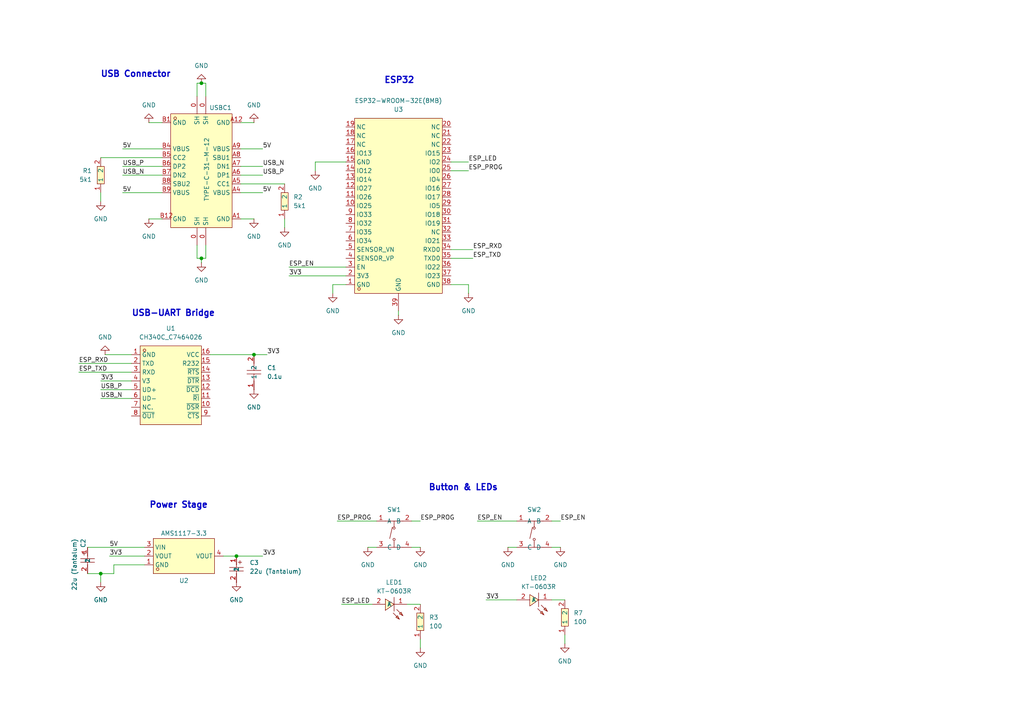
<source format=kicad_sch>
(kicad_sch (version 20231120) (generator "eeschema") (generator_version "8.0")
  (paper "A4")
  (junction (at 68.58 161.29))
  (junction (at 73.66 102.87))
  (junction (at 369.57 -24.13))
  (junction (at 382.27 -27.9126))
  (junction (at 58.42 24.13))
  (junction (at 382.27 -27.94))
  (junction (at 29.21 166.37))
  (junction (at 58.42 74.93))
  (wire (pts (xy 35.56 55.88) (xy 46.99 55.88)))
  (wire (pts (xy 379.73 -19.05) (xy 379.73 -15.24)))
  (wire (pts (xy 57.15 74.93) (xy 58.42 74.93)))
  (wire (pts (xy 367.03 -10.16) (xy 369.57 -10.16)))
  (wire (pts (xy 382.27 -27.94) (xy 382.27 -27.9126)))
  (wire (pts (xy 140.97 173.99) (xy 149.86 173.99)))
  (wire (pts (xy 328.93 113.03) (xy 330.2 113.03)))
  (wire (pts (xy 57.15 27.94) (xy 57.15 24.13)))
  (wire (pts (xy 29.21 110.49) (xy 38.1 110.49)))
  (wire (pts (xy 147.32 158.75) (xy 149.86 158.75)))
  (wire (pts (xy 29.21 115.57) (xy 38.1 115.57)))
  (wire (pts (xy 320.04 44.45) (xy 322.58 44.45)))
  (wire (pts (xy 341.63 -7.62) (xy 346.71 -7.62)))
  (wire (pts (xy 35.56 50.8) (xy 46.99 50.8)))
  (wire (pts (xy 30.48 102.87) (xy 38.1 102.87)))
  (wire (pts (xy 58.42 76.2) (xy 58.42 74.93)))
  (wire (pts (xy 389.89 -5.08) (xy 394.97 -5.08)))
  (wire (pts (xy 76.2 43.18) (xy 69.85 43.18)))
  (wire (pts (xy 73.66 102.87) (xy 77.47 102.87)))
  (wire (pts (xy 372.11 104.14) (xy 372.11 107.95)))
  (wire (pts (xy 384.81 104.14) (xy 384.81 107.95)))
  (wire (pts (xy 68.58 161.29) (xy 64.77 161.29)))
  (wire (pts (xy 313.69 -15.24) (xy 318.77 -15.24)))
  (wire (pts (xy 367.03 -2.54) (xy 369.57 -2.54)))
  (wire (pts (xy 382.27 -35.56) (xy 382.27 -27.94)))
  (wire (pts (xy 337.82 21.59) (xy 337.82 24.13)))
  (wire (pts (xy 69.85 53.34) (xy 82.55 53.34)))
  (wire (pts (xy 382.27 -27.9126) (xy 382.27 -15.24)))
  (wire (pts (xy 353.06 29.21) (xy 355.6 29.21)))
  (wire (pts (xy 29.21 166.37) (xy 33.02 166.37)))
  (wire (pts (xy 138.43 151.13) (xy 149.86 151.13)))
  (wire (pts (xy 121.92 151.13) (xy 119.38 151.13)))
  (wire (pts (xy 163.83 186.69) (xy 163.83 184.15)))
  (wire (pts (xy 58.42 74.93) (xy 59.69 74.93)))
  (wire (pts (xy 313.69 -27.94) (xy 318.77 -27.94)))
  (wire (pts (xy 96.52 82.55) (xy 100.33 82.55)))
  (wire (pts (xy 22.86 105.41) (xy 38.1 105.41)))
  (wire (pts (xy 31.75 161.29) (xy 41.91 161.29)))
  (wire (pts (xy 365.76 143.51) (xy 365.76 146.05)))
  (wire (pts (xy 363.22 -24.13) (xy 369.57 -24.13)))
  (wire (pts (xy 97.79 151.13) (xy 109.22 151.13)))
  (wire (pts (xy 384.81 -27.9126) (xy 384.81 -27.94)))
  (wire (pts (xy 83.82 77.47) (xy 100.33 77.47)))
  (wire (pts (xy 320.04 39.37) (xy 322.58 39.37)))
  (wire (pts (xy 135.89 82.55) (xy 130.81 82.55)))
  (wire (pts (xy 391.16 104.14) (xy 391.16 107.95)))
  (wire (pts (xy 313.69 -20.32) (xy 318.77 -20.32)))
  (wire (pts (xy 73.66 35.56) (xy 69.85 35.56)))
  (wire (pts (xy 313.69 -7.62) (xy 318.77 -7.62)))
  (wire (pts (xy 318.77 0) (xy 313.69 0)))
  (wire (pts (xy 389.89 0) (xy 394.97 0)))
  (wire (pts (xy 33.02 166.37) (xy 33.02 163.83)))
  (wire (pts (xy 341.63 -12.7) (xy 346.71 -12.7)))
  (wire (pts (xy 389.89 -2.54) (xy 394.97 -2.54)))
  (wire (pts (xy 337.82 80.01) (xy 337.82 81.28)))
  (wire (pts (xy 59.69 27.94) (xy 59.69 24.13)))
  (wire (pts (xy 135.89 85.09) (xy 135.89 82.55)))
  (wire (pts (xy 369.57 -24.13) (xy 369.57 -27.94)))
  (wire (pts (xy 379.73 -27.94) (xy 382.27 -27.94)))
  (wire (pts (xy 76.2 55.88) (xy 69.85 55.88)))
  (wire (pts (xy 135.89 46.99) (xy 130.81 46.99)))
  (wire (pts (xy 378.46 143.51) (xy 378.46 146.05)))
  (wire (pts (xy 43.18 35.56) (xy 46.99 35.56)))
  (wire (pts (xy 394.97 -27.94) (xy 397.51 -27.94)))
  (wire (pts (xy 35.56 48.26) (xy 46.99 48.26)))
  (wire (pts (xy 46.99 63.5) (xy 43.18 63.5)))
  (wire (pts (xy 378.46 104.14) (xy 378.46 107.95)))
  (wire (pts (xy 353.06 31.75) (xy 355.6 31.75)))
  (wire (pts (xy 341.63 -10.16) (xy 346.71 -10.16)))
  (wire (pts (xy 341.63 -27.94) (xy 346.71 -27.94)))
  (wire (pts (xy 321.31 104.14) (xy 321.31 105.41)))
  (wire (pts (xy 76.2 50.8) (xy 69.85 50.8)))
  (wire (pts (xy 313.69 -12.7) (xy 318.77 -12.7)))
  (wire (pts (xy 22.86 107.95) (xy 38.1 107.95)))
  (wire (pts (xy 82.55 66.04) (xy 82.55 63.5)))
  (wire (pts (xy 382.27 -27.9126) (xy 384.81 -27.9126)))
  (wire (pts (xy 313.69 -17.78) (xy 318.77 -17.78)))
  (wire (pts (xy 29.21 168.91) (xy 29.21 166.37)))
  (wire (pts (xy 320.04 74.93) (xy 322.58 74.93)))
  (wire (pts (xy 76.2 48.26) (xy 69.85 48.26)))
  (wire (pts (xy 341.63 -15.24) (xy 346.71 -15.24)))
  (wire (pts (xy 57.15 24.13) (xy 58.42 24.13)))
  (wire (pts (xy 35.56 43.18) (xy 46.99 43.18)))
  (wire (pts (xy 162.56 158.75) (xy 160.02 158.75)))
  (wire (pts (xy 369.57 -24.13) (xy 369.57 -19.05)))
  (wire (pts (xy 321.31 120.65) (xy 321.31 121.92)))
  (wire (pts (xy 162.56 151.13) (xy 160.02 151.13)))
  (wire (pts (xy 96.52 85.09) (xy 96.52 82.55)))
  (wire (pts (xy 29.21 45.72) (xy 46.99 45.72)))
  (wire (pts (xy 59.69 24.13) (xy 58.42 24.13)))
  (wire (pts (xy 163.83 173.99) (xy 160.02 173.99)))
  (wire (pts (xy 341.63 0) (xy 346.71 0)))
  (wire (pts (xy 76.2 161.29) (xy 68.58 161.29)))
  (wire (pts (xy 137.16 74.93) (xy 130.81 74.93)))
  (wire (pts (xy 60.96 102.87) (xy 73.66 102.87)))
  (wire (pts (xy 69.85 63.5) (xy 73.66 63.5)))
  (wire (pts (xy 29.21 58.42) (xy 29.21 55.88)))
  (wire (pts (xy 91.44 49.53) (xy 91.44 46.99)))
  (wire (pts (xy 99.06 175.26) (xy 107.95 175.26)))
  (wire (pts (xy 83.82 80.01) (xy 100.33 80.01)))
  (wire (pts (xy 115.57 91.44) (xy 115.57 90.17)))
  (wire (pts (xy 320.04 34.29) (xy 322.58 34.29)))
  (wire (pts (xy 25.4 166.37) (xy 29.21 166.37)))
  (wire (pts (xy 59.69 74.93) (xy 59.69 71.12)))
  (wire (pts (xy 389.89 -10.16) (xy 394.97 -10.16)))
  (wire (pts (xy 121.92 187.96) (xy 121.92 185.42)))
  (wire (pts (xy 135.89 49.53) (xy 130.81 49.53)))
  (wire (pts (xy 367.03 0) (xy 369.57 0)))
  (wire (pts (xy 121.92 175.26) (xy 118.11 175.26)))
  (wire (pts (xy 29.21 113.03) (xy 38.1 113.03)))
  (wire (pts (xy 121.92 158.75) (xy 119.38 158.75)))
  (wire (pts (xy 91.44 46.99) (xy 100.33 46.99)))
  (wire (pts (xy 341.63 -20.32) (xy 346.71 -20.32)))
  (wire (pts (xy 106.68 158.75) (xy 109.22 158.75)))
  (wire (pts (xy 33.02 163.83) (xy 41.91 163.83)))
  (wire (pts (xy 320.04 29.21) (xy 322.58 29.21)))
  (wire (pts (xy 137.16 72.39) (xy 130.81 72.39)))
  (wire (pts (xy 25.4 158.75) (xy 41.91 158.75)))
  (wire (pts (xy 57.15 71.12) (xy 57.15 74.93)))
  (text_box "ESP32 S3" (at 303.53 13.97 0) (size 87.63 74.93) (effects (font (size 1.27 1.27)) (justify left top)))
  (text_box "Analog POT" (at 411.48 21.59 0) (size 17.78 15.24) (effects (font (size 1.27 1.27)) (justify left top)))
  (text_box "I2S Mic" (at 411.48 57.15 0) (size 26.67 21.59) (effects (font (size 1.27 1.27)) (justify left top)))
  (text_box "MosFETs" (at 356.87 134.62 0) (size 36.83 27.94) (effects (font (size 1.27 1.27)) (justify left top)))
  (text_box "Infrared" (at 448.31 21.59 0) (size 15.24 15.24) (effects (font (size 1.27 1.27)) (justify left top)))
  (text_box "Temperature Sensor" (at 304.8 93.98 0) (size 44.45 34.29) (effects (font (size 1.27 1.27)) (justify left top)))
  (text_box "Data Lines" (at 353.06 96.52 0) (size 45.72 29.21) (effects (font (size 1.27 1.27)) (justify left top)))
  (text_box "USB-C & Power Delivery Stage" (at 302.26 -43.18 0) (size 106.68 52.07) (effects (font (size 1.27 1.27)) (justify left top)))
  (text "USB-UART Bridge" (at 50.292 90.932 0) (effects (font (size 1.778 1.778) (thickness 0.3556) (bold yes))))
  (text "USB Connector" (at 39.37 21.59 0) (effects (font (size 1.778 1.778) (thickness 0.3556) (bold yes))))
  (text "Power Stage" (at 51.816 146.558 0) (effects (font (size 1.778 1.778) (thickness 0.3556) (bold yes))))
  (text "ESP32" (at 115.824 23.368 0) (effects (font (size 1.778 1.778) (thickness 0.3556) (bold yes))))
  (text "Button & LEDs" (at 134.366 141.478 0) (effects (font (size 1.778 1.778) (thickness 0.3556) (bold yes))))
  (label "5V" (at 35.56 43.18 0))
  (label "USB_N" (at 29.21 115.57 0))
  (label "ESP_RXD" (at 22.86 105.41 0))
  (label "5V" (at 76.2 55.88 0))
  (label "ESP_TXD" (at 22.86 107.95 0))
  (label "5V" (at 35.56 55.88 0))
  (label "ESP_PROG" (at 121.92 151.13 0))
  (label "USB_P" (at 29.21 113.03 0))
  (label "3V3" (at 29.21 110.49 0))
  (label "3V3" (at 140.97 173.99 0))
  (label "5V" (at 76.2 43.18 0))
  (label "ESP_EN" (at 83.82 77.47 0))
  (label "3V3" (at 77.47 102.87 0))
  (label "USB_P" (at 35.56 48.26 0))
  (label "ESP_PROG" (at 135.89 49.53 0))
  (label "ESP_EN" (at 162.56 151.13 0))
  (label "ESP_LED" (at 135.89 46.99 0))
  (label "ESP_RXD" (at 137.16 72.39 0))
  (label "ESP_PROG" (at 97.79 151.13 0))
  (label "ESP_LED" (at 99.06 175.26 0))
  (label "3V3" (at 83.82 80.01 0))
  (label "3V3" (at 31.75 161.29 0))
  (label "USB_N" (at 35.56 50.8 0))
  (label "ESP_TXD" (at 137.16 74.93 0))
  (label "USB_N" (at 76.2 48.26 0))
  (label "3V3" (at 76.2 161.29 0))
  (label "USB_P" (at 76.2 50.8 0))
  (label "5V" (at 31.75 158.75 0))
  (label "ESP_EN" (at 138.43 151.13 0))
  (symbol (lib_id "power:GND") (at 337.82 21.59 0) (mirror x) (unit 1)
    (property "Reference" "#PWR048" (effects (hide yes)))
    (property "Value" "3V3" (at 337.82 16.51 0))
    (property "Description" "Power symbol creates a global label with name \"GND\" , ground" (effects (hide yes)))
  )
  (symbol (lib_id "power:GND") (at 121.92 158.75 0) (mirror y) (unit 1)
    (property "Reference" "#PWR027" (effects (hide yes)))
    (property "Value" "GND" (at 121.92 163.83 0))
    (property "Description" "Power symbol creates a global label with name \"GND\" , ground" (effects (hide yes)))
  )
  (symbol (lib_id "power:GND") (at 378.46 104.14 0) (mirror x) (unit 1)
    (property "Reference" "#PWR057" (effects (hide yes)))
    (property "Value" "DATA2" (at 378.46 99.06 0))
    (property "Description" "Power symbol creates a global label with name \"GND\" , ground" (effects (hide yes)))
  )
  (symbol (lib_id "power:GND") (at 106.68 158.75 0) (mirror y) (unit 1)
    (property "Reference" "#PWR025" (effects (hide yes)))
    (property "Value" "GND" (at 106.68 163.83 0))
    (property "Description" "Power symbol creates a global label with name \"GND\" , ground" (effects (hide yes)))
  )
  (symbol (lib_id "power:GND") (at 320.04 29.21 270) (mirror x) (unit 1)
    (property "Reference" "#PWR053" (effects (hide yes)))
    (property "Value" "ESP_EN" (at 316.23 29.2099 90) (effects (justify right)))
    (property "Description" "Power symbol creates a global label with name \"GND\" , ground" (effects (hide yes)))
  )
  (symbol (lib_id "power:GND") (at 321.31 121.92 0) (mirror y) (unit 1)
    (property "Reference" "#PWR067" (effects (hide yes)))
    (property "Value" "GND" (at 321.31 127 0))
    (property "Description" "Power symbol creates a global label with name \"GND\" , ground" (effects (hide yes)))
  )
  (symbol (lib_id "power:GND") (at 433.07 74.93 0) (mirror x) (unit 1)
    (property "Reference" "#PWR075" (effects (hide yes)))
    (property "Value" "I2S_SCK" (at 433.07 69.85 0))
    (property "Description" "Power symbol creates a global label with name \"GND\" , ground" (effects (hide yes)))
  )
  (symbol (lib_id "easyeda2kicad:CA45-A-10V-22UF-K") (at 25.4 162.56 270) (mirror x) (unit 1)
    (property "Reference" "C2" (at 24.13 156.21 0) (effects (justify right)))
    (property "Value" "22u (Tantalum)" (at 21.59 156.21 0) (effects (justify right)))
    (property "Footprint" "easyeda2kicad:CASE-A_3216" (effects (hide yes)))
    (property "Datasheet" "https://lcsc.com/product-detail/Tantalum-Capacitors_22uF-226-10-10V_C129272.html" (effects (hide yes)))
    (property "LCSC Part" "C129272" (effects (hide yes)))
  )
  (symbol (lib_id "power:GND") (at 68.58 168.91 0) (unit 1)
    (property "Reference" "#PWR021" (effects (hide yes)))
    (property "Value" "GND" (at 68.58 173.99 0))
    (property "Description" "Power symbol creates a global label with name \"GND\" , ground" (effects (hide yes)))
  )
  (symbol (lib_id "power:GND") (at 455.93 31.75 0) (mirror x) (unit 1)
    (property "Reference" "#PWR085" (effects (hide yes)))
    (property "Value" "IR_RECEIVER" (at 455.93 26.67 0))
    (property "Description" "Power symbol creates a global label with name \"GND\" , ground" (effects (hide yes)))
  )
  (symbol (lib_id "power:GND") (at 378.46 143.51 0) (mirror x) (unit 1)
    (property "Reference" "#PWR061" (effects (hide yes)))
    (property "Value" "MOSFET_PWR" (at 378.46 138.43 0))
    (property "Description" "Power symbol creates a global label with name \"GND\" , ground" (effects (hide yes)))
  )
  (symbol (lib_id "power:GND") (at 346.71 -10.16 90) (mirror x) (unit 1)
    (property "Reference" "#PWR015" (effects (hide yes)))
    (property "Value" "CC1" (at 350.52 -10.1601 90) (effects (justify right)))
    (property "Description" "Power symbol creates a global label with name \"GND\" , ground" (effects (hide yes)))
  )
  (symbol (lib_id "power:GND") (at 367.03 -10.16 270) (mirror x) (unit 1)
    (property "Reference" "#PWR039" (effects (hide yes)))
    (property "Value" "CC1" (at 363.22 -10.1599 90) (effects (justify right)))
    (property "Description" "Power symbol creates a global label with name \"GND\" , ground" (effects (hide yes)))
  )
  (symbol (lib_id "easyeda2kicad:0603WAF1000T5E") (at 121.92 180.34 90) (unit 1)
    (property "Reference" "R3" (at 124.46 179.0699 90) (effects (justify right)))
    (property "Value" "100" (at 124.46 181.6099 90) (effects (justify right)))
    (property "Footprint" "easyeda2kicad:R0603" (effects (hide yes)))
    (property "Datasheet" "https://lcsc.com/product-detail/Chip-Resistor-Surface-Mount-UniOhm_100R-1000-1_C22775.html" (effects (hide yes)))
    (property "LCSC Part" "C22775" (effects (hide yes)))
  )
  (symbol (lib_id "power:GND") (at 73.66 113.03 0) (unit 1)
    (property "Reference" "#PWR012" (effects (hide yes)))
    (property "Value" "GND" (at 73.66 118.11 0))
    (property "Description" "Power symbol creates a global label with name \"GND\" , ground" (effects (hide yes)))
  )
  (symbol (lib_id "power:GND") (at 384.81 104.14 0) (mirror x) (unit 1)
    (property "Reference" "#PWR058" (effects (hide yes)))
    (property "Value" "DATA3" (at 384.81 99.06 0))
    (property "Description" "Power symbol creates a global label with name \"GND\" , ground" (effects (hide yes)))
  )
  (symbol (lib_id "power:GND") (at 364.49 60.96 0) (mirror x) (unit 1)
    (property "Reference" "#PWR062" (effects (hide yes)))
    (property "Value" "DATA3" (at 364.49 55.88 0))
    (property "Description" "Power symbol creates a global label with name \"GND\" , ground" (effects (hide yes)))
  )
  (symbol (lib_id "power:GND") (at 425.45 74.93 0) (mirror x) (unit 1)
    (property "Reference" "#PWR073" (effects (hide yes)))
    (property "Value" "I2S_WS" (at 425.45 69.85 0))
    (property "Description" "Power symbol creates a global label with name \"GND\" , ground" (effects (hide yes)))
  )
  (symbol (lib_id "easyeda2kicad:CC0603KRX7R9BB104") (at 389.89 -27.94 0) (unit 1)
    (property "Reference" "C4" (at 389.89 -34.29 0))
    (property "Value" "1u" (at 389.89 -31.75 0))
    (property "Footprint" "easyeda2kicad:C0603" (effects (hide yes)))
    (property "Datasheet" "https://lcsc.com/product-detail/Multilayer-Ceramic-Capacitors-MLCC-SMD-SMT_100nF-104-10-50V_C14663.html" (effects (hide yes)))
    (property "LCSC Part" "C14663" (effects (hide yes)))
  )
  (symbol (lib_id "power:GND") (at 29.21 168.91 0) (unit 1)
    (property "Reference" "#PWR017" (effects (hide yes)))
    (property "Value" "GND" (at 29.21 173.99 0))
    (property "Description" "Power symbol creates a global label with name \"GND\" , ground" (effects (hide yes)))
  )
  (symbol (lib_id "easyeda2kicad:CA45-A-10V-22UF-K") (at 68.58 165.1 90) (unit 1)
    (property "Reference" "C3" (at 72.39 163.1949 90) (effects (justify right)))
    (property "Value" "22u (Tantalum)" (at 72.39 165.7349 90) (effects (justify right)))
    (property "Footprint" "easyeda2kicad:CASE-A_3216" (effects (hide yes)))
    (property "Datasheet" "https://lcsc.com/product-detail/Tantalum-Capacitors_22uF-226-10-10V_C129272.html" (effects (hide yes)))
    (property "LCSC Part" "C129272" (effects (hide yes)))
  )
  (symbol (lib_id "power:GND") (at 162.56 158.75 0) (mirror y) (unit 1)
    (property "Reference" "#PWR032" (effects (hide yes)))
    (property "Value" "GND" (at 162.56 163.83 0))
    (property "Description" "Power symbol creates a global label with name \"GND\" , ground" (effects (hide yes)))
  )
  (symbol (lib_id "power:GND") (at 397.51 -27.94 90) (mirror x) (unit 1)
    (property "Reference" "#PWR041" (effects (hide yes)))
    (property "Value" "GND" (at 401.32 -27.9401 90) (effects (justify right)))
    (property "Description" "Power symbol creates a global label with name \"GND\" , ground" (effects (hide yes)))
  )
  (symbol (lib_id "power:GND") (at 372.11 104.14 0) (mirror x) (unit 1)
    (property "Reference" "#PWR056" (effects (hide yes)))
    (property "Value" "DATA1" (at 372.11 99.06 0))
    (property "Description" "Power symbol creates a global label with name \"GND\" , ground" (effects (hide yes)))
  )
  (symbol (lib_id "power:GND") (at 313.69 -15.24 270) (mirror x) (unit 1)
    (property "Reference" "#PWR026" (effects (hide yes)))
    (property "Value" "DP" (at 309.88 -15.2399 90) (effects (justify right)))
    (property "Description" "Power symbol creates a global label with name \"GND\" , ground" (effects (hide yes)))
  )
  (symbol (lib_id "power:GND") (at 337.82 81.28 0) (mirror y) (unit 1)
    (property "Reference" "#PWR047" (effects (hide yes)))
    (property "Value" "GND" (at 337.82 86.36 0))
    (property "Description" "Power symbol creates a global label with name \"GND\" , ground" (effects (hide yes)))
  )
  (symbol (lib_id "power:GND") (at 96.52 85.09 0) (mirror y) (unit 1)
    (property "Reference" "#PWR018" (effects (hide yes)))
    (property "Value" "GND" (at 96.52 90.17 0))
    (property "Description" "Power symbol creates a global label with name \"GND\" , ground" (effects (hide yes)))
  )
  (symbol (lib_id "power:GND") (at 370.84 60.96 0) (mirror x) (unit 1)
    (property "Reference" "#PWR063" (effects (hide yes)))
    (property "Value" "DATA4" (at 370.84 55.88 0))
    (property "Description" "Power symbol creates a global label with name \"GND\" , ground" (effects (hide yes)))
  )
  (symbol (lib_id "power:GND") (at 425.45 34.29 0) (mirror x) (unit 1)
    (property "Reference" "#PWR080" (effects (hide yes)))
    (property "Value" "GND" (at 425.45 29.21 0))
    (property "Description" "Power symbol creates a global label with name \"GND\" , ground" (effects (hide yes)))
  )
  (symbol (lib_id "power:GND") (at 459.74 35.56 0) (mirror x) (unit 1)
    (property "Reference" "#PWR086" (effects (hide yes)))
    (property "Value" "GND" (at 459.74 30.48 0))
    (property "Description" "Power symbol creates a global label with name \"GND\" , ground" (effects (hide yes)))
  )
  (symbol (lib_id "power:GND") (at 373.38 69.85 0) (mirror x) (unit 1)
    (property "Reference" "#PWR077" (effects (hide yes)))
    (property "Value" "I2S_WS" (at 373.38 64.77 0))
    (property "Description" "Power symbol creates a global label with name \"GND\" , ground" (effects (hide yes)))
  )
  (symbol (lib_id "easyeda2kicad:0603WAF1000T5E") (at 384.81 113.03 90) (unit 1)
    (property "Reference" "R6" (at 387.35 111.7599 90) (effects (justify right)))
    (property "Value" "68" (at 387.35 114.2999 90) (effects (justify right)))
    (property "Footprint" "easyeda2kicad:R0603" (effects (hide yes)))
    (property "Datasheet" "https://lcsc.com/product-detail/Chip-Resistor-Surface-Mount-UniOhm_100R-1000-1_C22775.html" (effects (hide yes)))
    (property "LCSC Part" "C22775" (effects (hide yes)))
  )
  (symbol (lib_id "power:GND") (at 320.04 39.37 270) (mirror x) (unit 1)
    (property "Reference" "#PWR055" (effects (hide yes)))
    (property "Value" "ESP_LED" (at 316.23 39.3699 90) (effects (justify right)))
    (property "Description" "Power symbol creates a global label with name \"GND\" , ground" (effects (hide yes)))
  )
  (symbol (lib_id "easyeda2kicad:0603WAF1000T5E") (at 378.46 151.13 90) (unit 1)
    (property "Reference" "R10" (at 381 149.8599 90) (effects (justify right)))
    (property "Value" "10K" (at 381 152.3999 90) (effects (justify right)))
    (property "Footprint" "easyeda2kicad:R0603" (effects (hide yes)))
    (property "Datasheet" "https://lcsc.com/product-detail/Chip-Resistor-Surface-Mount-UniOhm_100R-1000-1_C22775.html" (effects (hide yes)))
    (property "LCSC Part" "C22775" (effects (hide yes)))
  )
  (symbol (lib_id "power:GND") (at 58.42 24.13 180) (unit 1)
    (property "Reference" "#PWR06" (effects (hide yes)))
    (property "Value" "GND" (at 58.42 19.05 0))
    (property "Description" "Power symbol creates a global label with name \"GND\" , ground" (effects (hide yes)))
  )
  (symbol (lib_id "power:GND") (at 346.71 0 90) (mirror x) (unit 1)
    (property "Reference" "#PWR010" (effects (hide yes)))
    (property "Value" "GND" (at 350.52 -0.0001 90) (effects (justify right)))
    (property "Description" "Power symbol creates a global label with name \"GND\" , ground" (effects (hide yes)))
  )
  (symbol (lib_id "easyeda2kicad:TS-1187A-B-A-B") (at 114.3 153.67 0) (unit 1)
    (property "Reference" "SW1" (at 114.3 147.828 0))
    (property "Value" "TS-1187A-B-A-B" (effects (hide yes)))
    (property "Footprint" "easyeda2kicad:SW-SMD_4P-L5.1-W5.1-P3.70-LS6.5-TL_H1.5" (effects (hide yes)))
    (property "Datasheet" "https://lcsc.com/product-detail/Tactile-Switches_XKB-Enterprise-TS-1187-B-A-A_C318884.html" (effects (hide yes)))
    (property "LCSC Part" "C318884" (effects (hide yes)))
  )
  (symbol (lib_id "easyeda2kicad:0603WAF1000T5E") (at 372.11 113.03 90) (unit 1)
    (property "Reference" "R4" (at 374.65 111.7599 90) (effects (justify right)))
    (property "Value" "68" (at 374.65 114.2999 90) (effects (justify right)))
    (property "Footprint" "easyeda2kicad:R0603" (effects (hide yes)))
    (property "Datasheet" "https://lcsc.com/product-detail/Chip-Resistor-Surface-Mount-UniOhm_100R-1000-1_C22775.html" (effects (hide yes)))
    (property "LCSC Part" "C22775" (effects (hide yes)))
  )
  (symbol (lib_id "power:GND") (at 163.83 186.69 0) (mirror y) (unit 1)
    (property "Reference" "#PWR033" (effects (hide yes)))
    (property "Value" "GND" (at 163.83 191.77 0))
    (property "Description" "Power symbol creates a global label with name \"GND\" , ground" (effects (hide yes)))
  )
  (symbol (lib_id "power:GND") (at 452.12 35.56 0) (mirror x) (unit 1)
    (property "Reference" "#PWR084" (effects (hide yes)))
    (property "Value" "3V3" (at 452.12 30.3882 0))
    (property "Description" "Power symbol creates a global label with name \"GND\" , ground" (effects (hide yes)))
  )
  (symbol (lib_id "power:GND") (at 82.55 66.04 0) (unit 1)
    (property "Reference" "#PWR013" (effects (hide yes)))
    (property "Value" "GND" (at 82.55 71.12 0))
    (property "Description" "Power symbol creates a global label with name \"GND\" , ground" (effects (hide yes)))
  )
  (symbol (lib_id "easyeda2kicad:CC0603KRX7R9BB104") (at 73.66 107.95 90) (unit 1)
    (property "Reference" "C1" (at 77.47 106.6799 90) (effects (justify right)))
    (property "Value" "0.1u" (at 77.47 109.2199 90) (effects (justify right)))
    (property "Footprint" "easyeda2kicad:C0603" (effects (hide yes)))
    (property "Datasheet" "https://lcsc.com/product-detail/Multilayer-Ceramic-Capacitors-MLCC-SMD-SMT_100nF-104-10-50V_C14663.html" (effects (hide yes)))
    (property "LCSC Part" "C14663" (effects (hide yes)))
  )
  (symbol (lib_id "easyeda2kicad:KT-0603R") (at 113.03 175.26 180) (unit 1)
    (property "Reference" "LED1" (at 114.3 168.91 0))
    (property "Value" "KT-0603R" (at 114.3 171.45 0))
    (property "Footprint" "easyeda2kicad:LED0603-RD" (effects (hide yes)))
    (property "Datasheet" "https://lcsc.com/product-detail/Light-Emitting-Diodes-LED_Red-LED-0603_C2286.html" (effects (hide yes)))
    (property "LCSC Part" "C2286" (effects (hide yes)))
  )
  (symbol (lib_id "power:GND") (at 346.71 -15.24 90) (mirror x) (unit 1)
    (property "Reference" "#PWR023" (effects (hide yes)))
    (property "Value" "DN" (at 350.52 -15.2401 90) (effects (justify right)))
    (property "Description" "Power symbol creates a global label with name \"GND\" , ground" (effects (hide yes)))
  )
  (symbol (lib_id "power:GND") (at 313.69 -7.62 270) (mirror x) (unit 1)
    (property "Reference" "#PWR011" (effects (hide yes)))
    (property "Value" "VBUS" (at 310.1475 -7.6201 90) (effects (justify right)))
    (property "Description" "Power symbol creates a global label with name \"GND\" , ground" (effects (hide yes)))
  )
  (symbol (lib_name "easyeda2kicad:TYPE-C-31-M-12") (lib_id "easyeda2kicad:TYPE-C-31-M-12") (at 330.2 -13.97 0) (unit 1)
    (property "Reference" "USBC2" (at 332.486 -32.258 0) (effects (justify left)))
    (property "Value" "TYPE-C-31-M-12" (at 331.724 -5.08 90) (effects (justify left)))
    (property "Footprint" "easyeda2kicad:USB-C_SMD-TYPE-C-31-M-12" (effects (hide yes)))
    (property "Datasheet" "https://lcsc.com/product-detail/USB-Type-C_Korean-Hroparts-Elec-TYPE-C-31-M-12_C165948.html" (effects (hide yes)))
    (property "LCSC Part" "C165948" (effects (hide yes)))
  )
  (symbol (lib_id "power:GND") (at 381 62.23 0) (mirror x) (unit 1)
    (property "Reference" "#PWR078" (effects (hide yes)))
    (property "Value" "I2S_SD" (at 381 57.15 0))
    (property "Description" "Power symbol creates a global label with name \"GND\" , ground" (effects (hide yes)))
  )
  (symbol (lib_id "easyeda2kicad:0603WAF1000T5E") (at 374.65 -19.05 0) (unit 1)
    (property "Reference" "R12" (at 374.65 -25.4 0))
    (property "Value" "10K" (at 374.65 -22.86 0))
    (property "Footprint" "easyeda2kicad:R0603" (effects (hide yes)))
    (property "Datasheet" "https://lcsc.com/product-detail/Chip-Resistor-Surface-Mount-UniOhm_100R-1000-1_C22775.html" (effects (hide yes)))
    (property "LCSC Part" "C22775" (effects (hide yes)))
  )
  (symbol (lib_id "power:GND") (at 43.18 63.5 0) (unit 1)
    (property "Reference" "#PWR05" (effects (hide yes)))
    (property "Value" "GND" (at 43.18 68.58 0))
    (property "Description" "Power symbol creates a global label with name \"GND\" , ground" (effects (hide yes)))
  )
  (symbol (lib_id "Interface_USB:CH224K") (at 379.73 -5.08 0) (unit 1)
    (property "Reference" "U6" (at 381.9241 5.08 0) (effects (justify left)))
    (property "Value" "CH224K" (at 381.9241 7.62 0) (effects (justify left)))
    (property "Footprint" "Package_SO:SSOP-10-1EP_3.9x4.9mm_P1mm_EP2.1x3.3mm_ThermalVias" (effects (hide yes)))
    (property "Datasheet" "https://www.wch.cn/downloads/file/301.html" (effects (hide yes)))
    (property "Description" "100W USB Type-C PD3.0/2.0, BC1.2 Sink Controller, SSOP-10" (effects (hide yes)))
  )
  (symbol (lib_id "power:GND") (at 313.69 -17.78 270) (mirror x) (unit 1)
    (property "Reference" "#PWR029" (effects (hide yes)))
    (property "Value" "CC2" (at 309.88 -17.7801 90) (effects (justify right)))
    (property "Description" "Power symbol creates a global label with name \"GND\" , ground" (effects (hide yes)))
  )
  (symbol (lib_id "easyeda2kicad:KT-0603R") (at 154.94 173.99 180) (unit 1)
    (property "Reference" "LED2" (at 156.21 167.64 0))
    (property "Value" "KT-0603R" (at 156.21 170.18 0))
    (property "Footprint" "easyeda2kicad:LED0603-RD" (effects (hide yes)))
    (property "Datasheet" "https://lcsc.com/product-detail/Light-Emitting-Diodes-LED_Red-LED-0603_C2286.html" (effects (hide yes)))
    (property "LCSC Part" "C2286" (effects (hide yes)))
  )
  (symbol (lib_id "power:GND") (at 58.42 76.2 0) (unit 1)
    (property "Reference" "#PWR07" (effects (hide yes)))
    (property "Value" "GND" (at 58.42 81.28 0))
    (property "Description" "Power symbol creates a global label with name \"GND\" , ground" (effects (hide yes)))
  )
  (symbol (lib_id "power:GND") (at 346.71 -12.7 90) (mirror x) (unit 1)
    (property "Reference" "#PWR019" (effects (hide yes)))
    (property "Value" "DP" (at 350.52 -12.7001 90) (effects (justify right)))
    (property "Description" "Power symbol creates a global label with name \"GND\" , ground" (effects (hide yes)))
  )
  (symbol (lib_id "power:GND") (at 365.76 69.85 0) (mirror x) (unit 1)
    (property "Reference" "#PWR076" (effects (hide yes)))
    (property "Value" "I2S_LR" (at 365.76 64.77 0))
    (property "Description" "Power symbol creates a global label with name \"GND\" , ground" (effects (hide yes)))
  )
  (symbol (lib_id "power:GND") (at 394.97 -10.16 90) (mirror x) (unit 1)
    (property "Reference" "#PWR043" (effects (hide yes)))
    (property "Value" "PG" (at 398.8071 -10.1601 90) (effects (justify right)))
    (property "Description" "Power symbol creates a global label with name \"GND\" , ground" (effects (hide yes)))
  )
  (symbol (lib_id "power:GND") (at 394.97 -2.54 90) (mirror x) (unit 1)
    (property "Reference" "#PWR045" (effects (hide yes)))
    (property "Value" "CFG2" (at 398.78 -2.5401 90) (effects (justify right)))
    (property "Description" "Power symbol creates a global label with name \"GND\" , ground" (effects (hide yes)))
  )
  (symbol (lib_id "easyeda2kicad:TYPE-C-31-M-12") (at 58.42 49.53 0) (unit 1)
    (property "Reference" "USBC1" (at 60.706 31.242 0) (effects (justify left)))
    (property "Value" "TYPE-C-31-M-12" (at 59.944 58.42 90) (effects (justify left)))
    (property "Footprint" "easyeda2kicad:USB-C_SMD-TYPE-C-31-M-12" (effects (hide yes)))
    (property "Datasheet" "https://lcsc.com/product-detail/USB-Type-C_Korean-Hroparts-Elec-TYPE-C-31-M-12_C165948.html" (effects (hide yes)))
    (property "LCSC Part" "C165948" (effects (hide yes)))
  )
  (symbol (lib_id "easyeda2kicad:AMS1117-3.3") (at 53.34 161.29 0) (mirror x) (unit 1)
    (property "Reference" "U2" (at 53.34 168.402 0))
    (property "Value" "AMS1117-3.3" (at 53.34 154.686 0))
    (property "Footprint" "easyeda2kicad:SOT-223-3_L6.5-W3.4-P2.30-LS7.0-BR" (effects (hide yes)))
    (property "Datasheet" "https://lcsc.com/product-detail/Low-Dropout-Regulators-LDO_AMS_AMS1117-3-3_AMS1117-3-3_C6186.html" (effects (hide yes)))
    (property "LCSC Part" "C6186" (effects (hide yes)))
  )
  (symbol (lib_id "easyeda2kicad:0603WAF1000T5E") (at 163.83 179.07 90) (unit 1)
    (property "Reference" "R7" (at 166.37 177.7999 90) (effects (justify right)))
    (property "Value" "100" (at 166.37 180.3399 90) (effects (justify right)))
    (property "Footprint" "easyeda2kicad:R0603" (effects (hide yes)))
    (property "Datasheet" "https://lcsc.com/product-detail/Chip-Resistor-Surface-Mount-UniOhm_100R-1000-1_C22775.html" (effects (hide yes)))
    (property "LCSC Part" "C22775" (effects (hide yes)))
  )
  (symbol (lib_id "easyeda2kicad:ESP32-WROOM-32E(8MB)") (at 115.57 57.15 0) (mirror x) (unit 1)
    (property "Reference" "U3" (at 115.57 31.75 0))
    (property "Value" "ESP32-WROOM-32E(8MB)" (at 115.57 29.21 0))
    (property "Footprint" "easyeda2kicad:WIFI-SMD_ESP32-WROOM-32E" (effects (hide yes)))
    (property "Datasheet" "https://lcsc.com/product-detail/WIFI-Modules_Espressif-Systems-ESP32-WROOM-32E-8MB_C701342.html" (effects (hide yes)))
    (property "LCSC Part" "C701342" (effects (hide yes)))
  )
  (symbol (lib_id "power:GND") (at 321.31 104.14 0) (mirror x) (unit 1)
    (property "Reference" "#PWR066" (effects (hide yes)))
    (property "Value" "3V3" (at 321.31 99.06 0))
    (property "Description" "Power symbol creates a global label with name \"GND\" , ground" (effects (hide yes)))
  )
  (symbol (lib_id "power:GND") (at 320.04 44.45 270) (mirror x) (unit 1)
    (property "Reference" "#PWR051" (effects (hide yes)))
    (property "Value" "DATA1" (at 316.23 44.4499 90) (effects (justify right)))
    (property "Description" "Power symbol creates a global label with name \"GND\" , ground" (effects (hide yes)))
  )
  (symbol (lib_id "power:GND") (at 346.71 -20.32 90) (mirror x) (unit 1)
    (property "Reference" "#PWR034" (effects (hide yes)))
    (property "Value" "VBUS" (at 350.52 -20.3201 90) (effects (justify right)))
    (property "Description" "Power symbol creates a global label with name \"GND\" , ground" (effects (hide yes)))
  )
  (symbol (lib_id "power:GND") (at 425.0292 67.4018 0) (mirror x) (unit 1)
    (property "Reference" "#PWR070" (effects (hide yes)))
    (property "Value" "3V3" (at 425.0292 62.23 0))
    (property "Description" "Power symbol creates a global label with name \"GND\" , ground" (effects (hide yes)))
  )
  (symbol (lib_id "power:GND") (at 43.18 35.56 180) (unit 1)
    (property "Reference" "#PWR04" (effects (hide yes)))
    (property "Value" "GND" (at 43.18 30.48 0))
    (property "Description" "Power symbol creates a global label with name \"GND\" , ground" (effects (hide yes)))
  )
  (symbol (lib_id "power:GND") (at 364.49 50.8 0) (mirror x) (unit 1)
    (property "Reference" "#PWR064" (effects (hide yes)))
    (property "Value" "MOSFET_FAN" (at 364.49 45.72 0))
    (property "Description" "Power symbol creates a global label with name \"GND\" , ground" (effects (hide yes)))
  )
  (symbol (lib_id "easyeda2kicad:0603WAF1000T5E") (at 391.16 113.03 90) (unit 1)
    (property "Reference" "R8" (at 393.7 111.7599 90) (effects (justify right)))
    (property "Value" "68" (at 393.7 114.2999 90) (effects (justify right)))
    (property "Footprint" "easyeda2kicad:R0603" (effects (hide yes)))
    (property "Datasheet" "https://lcsc.com/product-detail/Chip-Resistor-Surface-Mount-UniOhm_100R-1000-1_C22775.html" (effects (hide yes)))
    (property "LCSC Part" "C22775" (effects (hide yes)))
  )
  (symbol (lib_id "power:GND") (at 417.83 74.93 0) (mirror x) (unit 1)
    (property "Reference" "#PWR074" (effects (hide yes)))
    (property "Value" "I2S_LR" (at 417.83 69.85 0))
    (property "Description" "Power symbol creates a global label with name \"GND\" , ground" (effects (hide yes)))
  )
  (symbol (lib_id "power:GND") (at 320.04 74.93 270) (mirror x) (unit 1)
    (property "Reference" "#PWR052" (effects (hide yes)))
    (property "Value" "DATA2" (at 316.23 74.9299 90) (effects (justify right)))
    (property "Description" "Power symbol creates a global label with name \"GND\" , ground" (effects (hide yes)))
  )
  (symbol (lib_id "power:GND") (at 382.27 -35.56 0) (mirror x) (unit 1)
    (property "Reference" "#PWR042" (effects (hide yes)))
    (property "Value" "VDD" (at 382.27 -40.3608 0))
    (property "Description" "Power symbol creates a global label with name \"GND\" , ground" (effects (hide yes)))
  )
  (symbol (lib_id "easyeda2kicad:0603WAF5101T5E") (at 82.55 58.42 90) (unit 1)
    (property "Reference" "R2" (at 85.09 57.1499 90) (effects (justify right)))
    (property "Value" "5k1" (at 85.09 59.6899 90) (effects (justify right)))
    (property "Footprint" "easyeda2kicad:R0603" (effects (hide yes)))
    (property "Datasheet" "https://lcsc.com/product-detail/Chip-Resistor-Surface-Mount-UniOhm_5-1KR-5101-1_C23186.html" (effects (hide yes)))
    (property "LCSC Part" "C23186" (effects (hide yes)))
  )
  (symbol (lib_id "easyeda2kicad:CH340C_C7464026") (at 49.53 111.76 0) (unit 1)
    (property "Reference" "U1" (at 49.53 95.25 0))
    (property "Value" "CH340C_C7464026" (at 49.53 97.79 0))
    (property "Footprint" "easyeda2kicad:SOP-16_L10.0-W3.9-P1.27-LS6.0-BL" (effects (hide yes)))
    (property "LCSC Part" "C7464026" (effects (hide yes)))
  )
  (symbol (lib_id "power:GND") (at 433.07 67.31 0) (mirror x) (unit 1)
    (property "Reference" "#PWR072" (effects (hide yes)))
    (property "Value" "I2S_SD" (at 433.07 62.23 0))
    (property "Description" "Power symbol creates a global label with name \"GND\" , ground" (effects (hide yes)))
  )
  (symbol (lib_id "easyeda2kicad:TS-1187A-B-A-B") (at 154.94 153.67 0) (unit 1)
    (property "Reference" "SW2" (at 154.94 147.828 0))
    (property "Value" "TS-1187A-B-A-B" (effects (hide yes)))
    (property "Footprint" "easyeda2kicad:SW-SMD_4P-L5.1-W5.1-P3.70-LS6.5-TL_H1.5" (effects (hide yes)))
    (property "Datasheet" "https://lcsc.com/product-detail/Tactile-Switches_XKB-Enterprise-TS-1187-B-A-A_C318884.html" (effects (hide yes)))
    (property "LCSC Part" "C318884" (effects (hide yes)))
  )
  (symbol (lib_id "power:GND") (at 420.37 33.02 0) (mirror x) (unit 1)
    (property "Reference" "#PWR082" (effects (hide yes)))
    (property "Value" "POT1" (at 420.37 27.94 0))
    (property "Description" "Power symbol creates a global label with name \"GND\" , ground" (effects (hide yes)))
  )
  (symbol (lib_id "power:GND") (at 346.71 -7.62 90) (mirror x) (unit 1)
    (property "Reference" "#PWR014" (effects (hide yes)))
    (property "Value" "VBUS" (at 350.52 -7.6201 90) (effects (justify right)))
    (property "Description" "Power symbol creates a global label with name \"GND\" , ground" (effects (hide yes)))
  )
  (symbol (lib_id "power:GND") (at 121.92 187.96 0) (mirror y) (unit 1)
    (property "Reference" "#PWR028" (effects (hide yes)))
    (property "Value" "GND" (at 121.92 193.04 0))
    (property "Description" "Power symbol creates a global label with name \"GND\" , ground" (effects (hide yes)))
  )
  (symbol (lib_id "power:GND") (at 365.76 143.51 0) (mirror x) (unit 1)
    (property "Reference" "#PWR060" (effects (hide yes)))
    (property "Value" "MOSFET_FAN" (at 365.76 138.43 0))
    (property "Description" "Power symbol creates a global label with name \"GND\" , ground" (effects (hide yes)))
  )
  (symbol (lib_id "power:GND") (at 320.04 34.29 270) (mirror x) (unit 1)
    (property "Reference" "#PWR054" (effects (hide yes)))
    (property "Value" "BTN0" (at 316.23 34.2899 90) (effects (justify right)))
    (property "Description" "Power symbol creates a global label with name \"GND\" , ground" (effects (hide yes)))
  )
  (symbol (lib_id "easyeda2kicad:0603WAF1000T5E") (at 378.46 113.03 90) (unit 1)
    (property "Reference" "R5" (at 381 111.7599 90) (effects (justify right)))
    (property "Value" "68" (at 381 114.2999 90) (effects (justify right)))
    (property "Footprint" "easyeda2kicad:R0603" (effects (hide yes)))
    (property "Datasheet" "https://lcsc.com/product-detail/Chip-Resistor-Surface-Mount-UniOhm_100R-1000-1_C22775.html" (effects (hide yes)))
    (property "LCSC Part" "C22775" (effects (hide yes)))
  )
  (symbol (lib_id "power:GND") (at 313.69 -12.7 270) (mirror x) (unit 1)
    (property "Reference" "#PWR024" (effects (hide yes)))
    (property "Value" "DN" (at 309.88 -12.6999 90) (effects (justify right)))
    (property "Description" "Power symbol creates a global label with name \"GND\" , ground" (effects (hide yes)))
  )
  (symbol (lib_id "power:GND") (at 365.76 41.91 0) (mirror x) (unit 1)
    (property "Reference" "#PWR083" (effects (hide yes)))
    (property "Value" "POT1" (at 365.76 36.83 0))
    (property "Description" "Power symbol creates a global label with name \"GND\" , ground" (effects (hide yes)))
  )
  (symbol (lib_id "power:GND") (at 417.83 67.31 0) (mirror x) (unit 1)
    (property "Reference" "#PWR071" (effects (hide yes)))
    (property "Value" "GND" (at 417.83 62.23 0))
    (property "Description" "Power symbol creates a global label with name \"GND\" , ground" (effects (hide yes)))
  )
  (symbol (lib_id "RF_Module:ESP32-S3-WROOM-1") (at 337.82 52.07 0) (unit 1)
    (property "Reference" "U4" (at 340.0141 21.59 0) (effects (justify left)))
    (property "Value" "ESP32-S3-WROOM-1" (at 340.0141 24.13 0) (effects (justify left)))
    (property "Footprint" "RF_Module:ESP32-S3-WROOM-2" (effects (hide yes)))
    (property "Datasheet" "https://www.espressif.com/sites/default/files/documentation/esp32-s3-wroom-1_wroom-1u_datasheet_en.pdf" (effects (hide yes)))
    (property "Description" "RF Module, ESP32-S3 SoC, Wi-Fi 802.11b/g/n, Bluetooth, BLE, 32-bit, 3.3V, onboard antenna, SMD" (effects (hide yes)))
  )
  (symbol (lib_id "power:GND") (at 368.3 53.34 90) (mirror x) (unit 1)
    (property "Reference" "#PWR069" (effects (hide yes)))
    (property "Value" "TEMP_SENSOR" (at 372.11 53.3399 90) (effects (justify right)))
    (property "Description" "Power symbol creates a global label with name \"GND\" , ground" (effects (hide yes)))
  )
  (symbol (lib_id "power:GND") (at 355.6 31.75 90) (mirror x) (unit 1)
    (property "Reference" "#PWR050" (effects (hide yes)))
    (property "Value" "ESP_RXD" (at 359.41 31.7499 90) (effects (justify right)))
    (property "Description" "Power symbol creates a global label with name \"GND\" , ground" (effects (hide yes)))
  )
  (symbol (lib_id "power:GND") (at 330.2 113.03 90) (mirror x) (unit 1)
    (property "Reference" "#PWR068" (effects (hide yes)))
    (property "Value" "TEMP_SENSOR" (at 334.01 113.0299 90) (effects (justify right)))
    (property "Description" "Power symbol creates a global label with name \"GND\" , ground" (effects (hide yes)))
  )
  (symbol (lib_id "easyeda2kicad:0603WAF1000T5E") (at 374.65 -27.94 0) (unit 1)
    (property "Reference" "R11" (at 374.65 -34.29 0))
    (property "Value" "1K" (at 374.65 -31.75 0))
    (property "Footprint" "easyeda2kicad:R0603" (effects (hide yes)))
    (property "Datasheet" "https://lcsc.com/product-detail/Chip-Resistor-Surface-Mount-UniOhm_100R-1000-1_C22775.html" (effects (hide yes)))
    (property "LCSC Part" "C22775" (effects (hide yes)))
  )
  (symbol (lib_id "power:GND") (at 135.89 85.09 0) (mirror y) (unit 1)
    (property "Reference" "#PWR022" (effects (hide yes)))
    (property "Value" "GND" (at 135.89 90.17 0))
    (property "Description" "Power symbol creates a global label with name \"GND\" , ground" (effects (hide yes)))
  )
  (symbol (lib_id "power:GND") (at 30.48 102.87 180) (unit 1)
    (property "Reference" "#PWR02" (effects (hide yes)))
    (property "Value" "GND" (at 30.48 97.79 0))
    (property "Description" "Power symbol creates a global label with name \"GND\" , ground" (effects (hide yes)))
  )
  (symbol (lib_id "power:GND") (at 91.44 49.53 0) (mirror y) (unit 1)
    (property "Reference" "#PWR016" (effects (hide yes)))
    (property "Value" "GND" (at 91.44 54.61 0))
    (property "Description" "Power symbol creates a global label with name \"GND\" , ground" (effects (hide yes)))
  )
  (symbol (lib_id "easyeda2kicad:0603WAF1000T5E") (at 365.76 151.13 90) (unit 1)
    (property "Reference" "R9" (at 368.3 149.8599 90) (effects (justify right)))
    (property "Value" "10K" (at 368.3 152.3999 90) (effects (justify right)))
    (property "Footprint" "easyeda2kicad:R0603" (effects (hide yes)))
    (property "Datasheet" "https://lcsc.com/product-detail/Chip-Resistor-Surface-Mount-UniOhm_100R-1000-1_C22775.html" (effects (hide yes)))
    (property "LCSC Part" "C22775" (effects (hide yes)))
  )
  (symbol (lib_id "power:GND") (at 394.97 0 90) (mirror x) (unit 1)
    (property "Reference" "#PWR046" (effects (hide yes)))
    (property "Value" "CFG3" (at 398.6877 -0.0001 90) (effects (justify right)))
    (property "Description" "Power symbol creates a global label with name \"GND\" , ground" (effects (hide yes)))
  )
  (symbol (lib_id "power:GND") (at 346.71 -27.94 90) (mirror x) (unit 1)
    (property "Reference" "#PWR036" (effects (hide yes)))
    (property "Value" "GND" (at 350.52 -27.9401 90) (effects (justify right)))
    (property "Description" "Power symbol creates a global label with name \"GND\" , ground" (effects (hide yes)))
  )
  (symbol (lib_id "Sensor_Temperature:DS18B20U") (at 321.31 113.03 0) (unit 1)
    (property "Reference" "U5" (at 314.96 111.7599 0) (effects (justify right)))
    (property "Value" "DS18B20U" (at 314.96 114.2999 0) (effects (justify right)))
    (property "Footprint" "Package_SO:MSOP-8_3x3mm_P0.65mm" (effects (hide yes)))
    (property "Datasheet" "http://datasheets.maximintegrated.com/en/ds/DS18B20.pdf" (effects (hide yes)))
    (property "Description" "Programmable Resolution 1-Wire Digital Thermometer MSOP-8" (effects (hide yes)))
  )
  (symbol (lib_id "power:GND") (at 313.69 0 270) (mirror x) (unit 1)
    (property "Reference" "#PWR03" (effects (hide yes)))
    (property "Value" "GND" (at 309.88 -0.0001 90) (effects (justify right)))
    (property "Description" "Power symbol creates a global label with name \"GND\" , ground" (effects (hide yes)))
  )
  (symbol (lib_id "power:GND") (at 73.66 35.56 180) (unit 1)
    (property "Reference" "#PWR08" (effects (hide yes)))
    (property "Value" "GND" (at 73.66 30.48 0))
    (property "Description" "Power symbol creates a global label with name \"GND\" , ground" (effects (hide yes)))
  )
  (symbol (lib_id "power:GND") (at 391.16 104.14 0) (mirror x) (unit 1)
    (property "Reference" "#PWR059" (effects (hide yes)))
    (property "Value" "DATA4" (at 391.16 99.06 0))
    (property "Description" "Power symbol creates a global label with name \"GND\" , ground" (effects (hide yes)))
  )
  (symbol (lib_id "power:GND") (at 394.97 -5.08 90) (mirror x) (unit 1)
    (property "Reference" "#PWR044" (effects (hide yes)))
    (property "Value" "CFG1" (at 398.78 -5.0801 90) (effects (justify right)))
    (property "Description" "Power symbol creates a global label with name \"GND\" , ground" (effects (hide yes)))
  )
  (symbol (lib_id "power:GND") (at 73.66 63.5 0) (unit 1)
    (property "Reference" "#PWR09" (effects (hide yes)))
    (property "Value" "GND" (at 73.66 68.58 0))
    (property "Description" "Power symbol creates a global label with name \"GND\" , ground" (effects (hide yes)))
  )
  (symbol (lib_id "power:GND") (at 415.29 34.29 0) (mirror x) (unit 1)
    (property "Reference" "#PWR081" (effects (hide yes)))
    (property "Value" "3V3" (at 415.29 29.1182 0))
    (property "Description" "Power symbol creates a global label with name \"GND\" , ground" (effects (hide yes)))
  )
  (symbol (lib_id "power:GND") (at 115.57 91.44 0) (mirror y) (unit 1)
    (property "Reference" "#PWR020" (effects (hide yes)))
    (property "Value" "GND" (at 115.57 96.52 0))
    (property "Description" "Power symbol creates a global label with name \"GND\" , ground" (effects (hide yes)))
  )
  (symbol (lib_id "power:GND") (at 355.6 29.21 90) (mirror x) (unit 1)
    (property "Reference" "#PWR049" (effects (hide yes)))
    (property "Value" "ESP_TXD" (at 359.41 29.2099 90) (effects (justify right)))
    (property "Description" "Power symbol creates a global label with name \"GND\" , ground" (effects (hide yes)))
  )
  (symbol (lib_id "power:GND") (at 377.19 50.8 0) (mirror x) (unit 1)
    (property "Reference" "#PWR065" (effects (hide yes)))
    (property "Value" "MOSFET_PWR" (at 377.19 45.72 0))
    (property "Description" "Power symbol creates a global label with name \"GND\" , ground" (effects (hide yes)))
  )
  (symbol (lib_id "power:GND") (at 367.03 -2.54 270) (mirror x) (unit 1)
    (property "Reference" "#PWR037" (effects (hide yes)))
    (property "Value" "DN" (at 363.22 -2.5399 90) (effects (justify right)))
    (property "Description" "Power symbol creates a global label with name \"GND\" , ground" (effects (hide yes)))
  )
  (symbol (lib_id "power:GND") (at 363.22 -24.13 270) (mirror x) (unit 1)
    (property "Reference" "#PWR040" (effects (hide yes)))
    (property "Value" "VBUS" (at 359.41 -24.1301 90) (effects (justify right)))
    (property "Description" "Power symbol creates a global label with name \"GND\" , ground" (effects (hide yes)))
  )
  (symbol (lib_id "power:GND") (at 313.69 -20.32 270) (mirror x) (unit 1)
    (property "Reference" "#PWR031" (effects (hide yes)))
    (property "Value" "VBUS" (at 310.1475 -20.3201 90) (effects (justify right)))
    (property "Description" "Power symbol creates a global label with name \"GND\" , ground" (effects (hide yes)))
  )
  (symbol (lib_id "easyeda2kicad:0603WAF5101T5E") (at 29.21 50.8 270) (mirror x) (unit 1)
    (property "Reference" "R1" (at 26.67 49.5299 90) (effects (justify right)))
    (property "Value" "5k1" (at 26.67 52.0699 90) (effects (justify right)))
    (property "Footprint" "easyeda2kicad:R0603" (effects (hide yes)))
    (property "Datasheet" "https://lcsc.com/product-detail/Chip-Resistor-Surface-Mount-UniOhm_5-1KR-5101-1_C23186.html" (effects (hide yes)))
    (property "LCSC Part" "C23186" (effects (hide yes)))
  )
  (symbol (lib_id "power:GND") (at 147.32 158.75 0) (mirror y) (unit 1)
    (property "Reference" "#PWR030" (effects (hide yes)))
    (property "Value" "GND" (at 147.32 163.83 0))
    (property "Description" "Power symbol creates a global label with name \"GND\" , ground" (effects (hide yes)))
  )
  (symbol (lib_id "power:GND") (at 367.03 0 270) (mirror x) (unit 1)
    (property "Reference" "#PWR038" (effects (hide yes)))
    (property "Value" "DP" (at 363.22 0.0001 90) (effects (justify right)))
    (property "Description" "Power symbol creates a global label with name \"GND\" , ground" (effects (hide yes)))
  )
  (symbol (lib_id "power:GND") (at 381 69.85 0) (mirror x) (unit 1)
    (property "Reference" "#PWR079" (effects (hide yes)))
    (property "Value" "I2S_SCK" (at 381 64.77 0))
    (property "Description" "Power symbol creates a global label with name \"GND\" , ground" (effects (hide yes)))
  )
  (symbol (lib_id "power:GND") (at 313.69 -27.94 270) (mirror x) (unit 1)
    (property "Reference" "#PWR035" (effects (hide yes)))
    (property "Value" "GND" (at 309.88 -27.9401 90) (effects (justify right)))
    (property "Description" "Power symbol creates a global label with name \"GND\" , ground" (effects (hide yes)))
  )
  (symbol (lib_id "power:GND") (at 29.21 58.42 0) (unit 1)
    (property "Reference" "#PWR01" (effects (hide yes)))
    (property "Value" "GND" (at 29.21 63.5 0))
    (property "Description" "Power symbol creates a global label with name \"GND\" , ground" (effects (hide yes)))
  )
  (symbol (lib_id "power:GND") (at 375.92 41.91 0) (mirror x) (unit 1)
    (property "Reference" "#PWR087" (effects (hide yes)))
    (property "Value" "IR_RECEIVER" (at 375.92 36.83 0))
    (property "Description" "Power symbol creates a global label with name \"GND\" , ground" (effects (hide yes)))
  )
)
</source>
